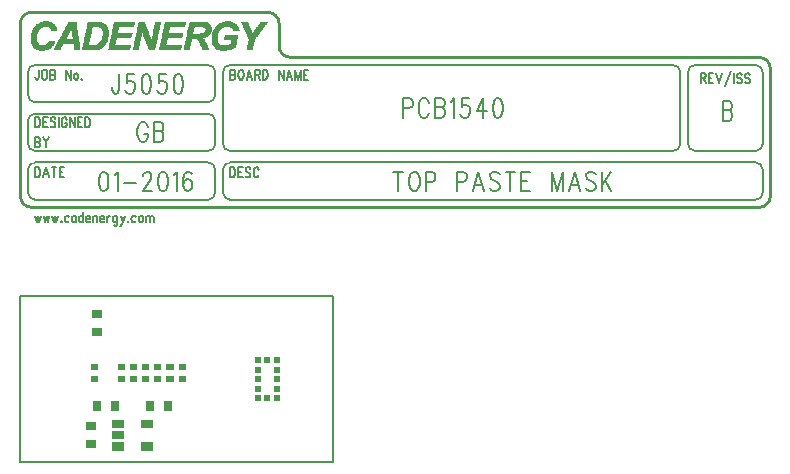
<source format=gtp>
*
*
G04 PADS Layout (Build Number 2007.21.1) generated Gerber (RS-274-X) file*
G04 PC Version=2.1*
*
%IN "J5050.pcb"*%
*
%MOMM*%
*
%FSLAX44Y44*%
*
*
*
*
G04 PC Standard Apertures*
*
*
G04 Thermal Relief Aperture macro.*
%AMTER*
1,1,$1,0,0*
1,0,$1-$2,0,0*
21,0,$3,$4,0,0,45*
21,0,$3,$4,0,0,135*
%
*
*
G04 Annular Aperture macro.*
%AMANN*
1,1,$1,0,0*
1,0,$2,0,0*
%
*
*
G04 Odd Aperture macro.*
%AMODD*
1,1,$1,0,0*
1,0,$1-0.005,0,0*
%
*
*
G04 PC Custom Aperture Macros*
*
*
*
*
*
*
G04 PC Aperture Table*
*
%ADD010C,0.254*%
%ADD011C,0.2032*%
%ADD012C,0.0508*%
%ADD013C,0.127*%
%ADD023C,0.0254*%
%ADD038R,0.635X0.889*%
%ADD045R,0.889X0.635*%
%ADD071R,0.5X0.5*%
%ADD077R,0.7X0.7*%
%ADD081C,0.15*%
*
*
*
*
G04 PC Circuitry*
G04 Layer Name J5050.pcb - circuitry*
%LPD*%
*
*
G04 PC Custom Flashes*
G04 Layer Name J5050.pcb - flashes*
%LPD*%
*
*
G04 PC Circuitry*
G04 Layer Name J5050.pcb - circuitry*
%LPD*%
*
G54D10*
G01X315000Y655000D02*
G75*
G03X324525Y645475I9525J0D01*
G01X940475*
G03X950000Y655000I0J9525*
G01Y762950*
G03X940475Y772475I-9525J0*
G01X543600*
X534075Y782000D02*
G03X543600Y772475I9525J0D01*
G01X534075Y782000D02*
Y801050D01*
G03X524550Y810575I-9525J0*
G01X324525*
G03X315000Y801050I0J-9525*
G01Y655000*
G54D11*
X880150Y699450D02*
G03X886500Y693100I6350J0D01*
G01X937300*
G03X943650Y699450I0J6350*
G01Y759775*
G03X937300Y766125I-6350J0*
G01X886500*
G03X880150Y759775I0J-6350*
G01Y699450*
X486450Y658175D02*
G03X492800Y651825I6350J0D01*
G01X937300*
G03X943650Y658175I0J6350*
G01Y677225*
G03X937300Y683575I-6350J0*
G01X492800*
G03X486450Y677225I0J-6350*
G01Y658175*
X492800Y766125D02*
G03X486450Y759775I0J-6350D01*
G01X492800Y766125D02*
X867450D01*
X873800Y759775D02*
G03X867450Y766125I-6350J0D01*
G01X873800Y759775D02*
Y699450D01*
X867450Y693100D02*
G03X873800Y699450I0J6350D01*
G01X867450Y693100D02*
X492800D01*
X486450Y699450D02*
G03X492800Y693100I6350J0D01*
G01X486450Y699450D02*
Y759775D01*
X327700Y683575D02*
G03X321350Y677225I0J-6350D01*
G01X327700Y683575D02*
X473750D01*
X480100Y677225D02*
G03X473750Y683575I-6350J0D01*
G01X480100Y677225D02*
Y658175D01*
X473750Y651825D02*
G03X480100Y658175I0J6350D01*
G01X473750Y651825D02*
X327700D01*
X321350Y658175D02*
G03X327700Y651825I6350J0D01*
G01X321350Y658175D02*
Y677225D01*
X327700Y724850D02*
G03X321350Y718500I0J-6350D01*
G01X327700Y724850D02*
X473750D01*
X480100Y718500D02*
G03X473750Y724850I-6350J0D01*
G01X480100Y718500D02*
Y699450D01*
X473750Y693100D02*
G03X480100Y699450I0J6350D01*
G01X473750Y693100D02*
X327700D01*
X321350Y699450D02*
G03X327700Y693100I6350J0D01*
G01X321350Y699450D02*
Y718500D01*
X480100Y759775D02*
G03X473750Y766125I-6350J0D01*
G01X327700*
G03X321350Y759775I0J-6350*
G01Y740725*
G03X327700Y734375I6350J0*
G01X473750*
G03X480100Y740725I0J6350*
G01Y759775*
X398553Y758266D02*
Y745566D01*
X398553D02*
X397976Y743185D01*
X397976D02*
X397398Y742391D01*
X397398D02*
X396244Y741598D01*
X395089*
X395089D02*
X393935Y742391D01*
X393935D02*
X393357Y743185D01*
X393357D02*
X392780Y745566D01*
X392780D02*
Y747154D01*
X411253Y758266D02*
X405480D01*
X405480D02*
X404903Y751123D01*
X405480Y751916*
X405480D02*
X407212Y752710D01*
X407212D02*
X408944D01*
X408944D02*
X410676Y751916D01*
X410676D02*
X411830Y750329D01*
X411830D02*
X412407Y747948D01*
X412407D02*
X411830Y746360D01*
X411830D02*
X411253Y743979D01*
X410098Y742391*
X410098D02*
X408366Y741598D01*
X408366D02*
X406635D01*
X404903Y742391*
X404903D02*
X404326Y743185D01*
X404326D02*
X403748Y744773D01*
X421066Y758266D02*
X419335Y757473D01*
X418180Y755091*
X418180D02*
X417603Y751123D01*
Y748741*
X417603D02*
X418180Y744773D01*
X418180D02*
X419335Y742391D01*
X419335D02*
X421066Y741598D01*
X421066D02*
X422221D01*
X423953Y742391*
X423953D02*
X425107Y744773D01*
X425107D02*
X425685Y748741D01*
X425685D02*
Y751123D01*
X425107Y755091*
X425107D02*
X423953Y757473D01*
X422221Y758266*
X422221D02*
X421066D01*
X438385D02*
X432612D01*
X432612D02*
X432035Y751123D01*
X432612Y751916*
X432612D02*
X434344Y752710D01*
X434344D02*
X436076D01*
X436076D02*
X437807Y751916D01*
X437807D02*
X438962Y750329D01*
X439539Y747948*
X439539D02*
X438962Y746360D01*
X438962D02*
X438385Y743979D01*
X437230Y742391*
X437230D02*
X435498Y741598D01*
X435498D02*
X433766D01*
X433766D02*
X432035Y742391D01*
X432035D02*
X431457Y743185D01*
X431457D02*
X430880Y744773D01*
X448198Y758266D02*
X446466Y757473D01*
X446466D02*
X445312Y755091D01*
X445312D02*
X444735Y751123D01*
Y748741*
X444735D02*
X445312Y744773D01*
X446466Y742391*
X446466D02*
X448198Y741598D01*
X448198D02*
X449353D01*
X451085Y742391*
X451085D02*
X452239Y744773D01*
X452239D02*
X452816Y748741D01*
X452816D02*
Y751123D01*
X452816D02*
X452239Y755091D01*
X452239D02*
X451085Y757473D01*
X449353Y758266*
X449353D02*
X448198D01*
X422801Y713658D02*
X422223Y715245D01*
X422223D02*
X421069Y716833D01*
X419914Y717626*
X419914D02*
X417605D01*
X417605D02*
X416451Y716833D01*
X415296Y715245*
X415296D02*
X414719Y713658D01*
X414142Y711276*
X414142D02*
Y707308D01*
X414719Y704926*
X414719D02*
X415296Y703339D01*
X415296D02*
X416451Y701751D01*
X416451D02*
X417605Y700958D01*
X417605D02*
X419914D01*
X419914D02*
X421069Y701751D01*
X421069D02*
X422223Y703339D01*
X422223D02*
X422801Y704926D01*
X422801D02*
Y707308D01*
X419914D02*
X422801D01*
X427996Y717626D02*
Y700958D01*
Y717626D02*
X433192D01*
X433192D02*
X434923Y716833D01*
X434923D02*
X435501Y716039D01*
X436078Y714451*
X436078D02*
Y712864D01*
X435501Y711276*
X435501D02*
X434923Y710483D01*
X434923D02*
X433192Y709689D01*
X427996D02*
X433192D01*
X434923Y708895*
X434923D02*
X435501Y708101D01*
X435501D02*
X436078Y706514D01*
Y704133*
X435501Y702545*
X435501D02*
X434923Y701751D01*
X434923D02*
X433192Y700958D01*
X427996*
X384989Y675716D02*
X383257Y674923D01*
X383257D02*
X382103Y672541D01*
X382103D02*
X381525Y668573D01*
X381525D02*
Y666191D01*
X381525D02*
X382103Y662223D01*
X383257Y659841*
X383257D02*
X384989Y659048D01*
X386144*
X387875Y659841*
X387875D02*
X389030Y662223D01*
X389607Y666191*
X389607D02*
Y668573D01*
X389607D02*
X389030Y672541D01*
X389030D02*
X387875Y674923D01*
X387875D02*
X386144Y675716D01*
X386144D02*
X384989D01*
X394803Y672541D02*
X395957Y673335D01*
X395957D02*
X397689Y675716D01*
X397689D02*
Y659048D01*
X402884Y666191D02*
X413275D01*
X419048Y671748D02*
Y672541D01*
X419048D02*
X419625Y674129D01*
X419625D02*
X420203Y674923D01*
X421357Y675716*
X421357D02*
X423666D01*
X423666D02*
X424821Y674923D01*
X425398Y674129*
X425398D02*
X425975Y672541D01*
X425975D02*
Y670954D01*
X425975D02*
X425398Y669366D01*
X425398D02*
X424244Y666985D01*
X424244D02*
X418471Y659048D01*
X426553*
X435212Y675716D02*
X433480Y674923D01*
X432325Y672541*
X432325D02*
X431748Y668573D01*
X431748D02*
Y666191D01*
X431748D02*
X432325Y662223D01*
X432325D02*
X433480Y659841D01*
X433480D02*
X435212Y659048D01*
X436366*
X436366D02*
X438098Y659841D01*
X438098D02*
X439253Y662223D01*
X439830Y666191*
X439830D02*
Y668573D01*
X439253Y672541*
X439253D02*
X438098Y674923D01*
X438098D02*
X436366Y675716D01*
X436366D02*
X435212D01*
X445025Y672541D02*
X446180Y673335D01*
X446180D02*
X447912Y675716D01*
X447912D02*
Y659048D01*
X460034Y673335D02*
X459457Y674923D01*
X459457D02*
X457725Y675716D01*
X457725D02*
X456571D01*
X456571D02*
X454839Y674923D01*
X453684Y672541*
X453684D02*
X453107Y668573D01*
X453107D02*
Y664604D01*
X453107D02*
X453684Y661429D01*
X453684D02*
X454839Y659841D01*
X454839D02*
X456571Y659048D01*
X457148*
X457148D02*
X458880Y659841D01*
X458880D02*
X460034Y661429D01*
X460034D02*
X460612Y663810D01*
X460612D02*
Y664604D01*
X460034Y666985*
X460034D02*
X458880Y668573D01*
X457148Y669366*
X457148D02*
X456571D01*
X456571D02*
X454839Y668573D01*
X453684Y666985*
X453684D02*
X453107Y664604D01*
X638988Y737946D02*
Y721278D01*
Y737946D02*
X644184D01*
X644184D02*
X645915Y737153D01*
X645915D02*
X646493Y736359D01*
X647070Y734771*
X647070D02*
Y732390D01*
X647070D02*
X646493Y730803D01*
X645915Y730009*
X645915D02*
X644184Y729215D01*
X644184D02*
X638988D01*
X660924Y733978D02*
X660347Y735565D01*
X660347D02*
X659193Y737153D01*
X658038Y737946*
X658038D02*
X655729D01*
X655729D02*
X654574Y737153D01*
X654574D02*
X653420Y735565D01*
X653420D02*
X652843Y733978D01*
X652265Y731596*
X652265D02*
Y727628D01*
X652265D02*
X652843Y725246D01*
X652843D02*
X653420Y723659D01*
X654574Y722071*
X654574D02*
X655729Y721278D01*
X658038*
X658038D02*
X659193Y722071D01*
X659193D02*
X660347Y723659D01*
X660347D02*
X660924Y725246D01*
X666120Y737946D02*
Y721278D01*
Y737946D02*
X671315D01*
X671315D02*
X673047Y737153D01*
X673047D02*
X673624Y736359D01*
X673624D02*
X674202Y734771D01*
X674202D02*
Y733184D01*
X673624Y731596*
X673624D02*
X673047Y730803D01*
X673047D02*
X671315Y730009D01*
X666120D02*
X671315D01*
X671315D02*
X673047Y729215D01*
X673047D02*
X673624Y728421D01*
X673624D02*
X674202Y726834D01*
Y724453*
X673624Y722865*
X673624D02*
X673047Y722071D01*
X673047D02*
X671315Y721278D01*
X671315D02*
X666120D01*
X679397Y734771D02*
X680552Y735565D01*
X680552D02*
X682284Y737946D01*
X682284D02*
Y721278D01*
X694984Y737946D02*
X689211D01*
X689211D02*
X688634Y730803D01*
X689211Y731596*
X689211D02*
X690943Y732390D01*
X690943D02*
X692674D01*
X692674D02*
X694406Y731596D01*
X694406D02*
X695561Y730009D01*
X696138Y727628*
X696138D02*
X695561Y726040D01*
X695561D02*
X694984Y723659D01*
X693829Y722071*
X693829D02*
X692097Y721278D01*
X692097D02*
X690365D01*
X690365D02*
X688634Y722071D01*
X688634D02*
X688056Y722865D01*
X688056D02*
X687479Y724453D01*
X707106Y737946D02*
X701334Y726834D01*
X709993*
X707106Y737946D02*
Y721278D01*
X718652Y737946D02*
X716920Y737153D01*
X715765Y734771*
X715765D02*
X715188Y730803D01*
X715188D02*
Y728421D01*
X715188D02*
X715765Y724453D01*
X715765D02*
X716920Y722071D01*
X716920D02*
X718652Y721278D01*
X719806*
X719806D02*
X721538Y722071D01*
X721538D02*
X722693Y724453D01*
X723270Y728421*
X723270D02*
Y730803D01*
X722693Y734771*
X722693D02*
X721538Y737153D01*
X721538D02*
X719806Y737946D01*
X719806D02*
X718652D01*
X909556Y735406D02*
Y718738D01*
Y735406D02*
X914751D01*
X914751D02*
X916483Y734613D01*
X916483D02*
X917060Y733819D01*
X917060D02*
X917638Y732231D01*
X917638D02*
Y730644D01*
X917060Y729056*
X917060D02*
X916483Y728263D01*
X916483D02*
X914751Y727469D01*
X909556D02*
X914751D01*
X914751D02*
X916483Y726675D01*
X916483D02*
X917060Y725881D01*
X917060D02*
X917638Y724294D01*
Y721913*
X917060Y720325*
X917060D02*
X916483Y719531D01*
X916483D02*
X914751Y718738D01*
X914751D02*
X909556D01*
X634716Y675716D02*
Y659048D01*
X630675Y675716D02*
X638757D01*
X647416D02*
X646262Y674923D01*
X645107Y673335*
X645107D02*
X644530Y671748D01*
X643953Y669366*
X643953D02*
Y665398D01*
X644530Y663016*
X644530D02*
X645107Y661429D01*
X645107D02*
X646262Y659841D01*
X646262D02*
X647416Y659048D01*
X647416D02*
X649725D01*
X649725D02*
X650880Y659841D01*
X650880D02*
X652034Y661429D01*
X652034D02*
X652612Y663016D01*
X652612D02*
X653189Y665398D01*
Y669366*
X653189D02*
X652612Y671748D01*
X652034Y673335*
X652034D02*
X650880Y674923D01*
X649725Y675716*
X649725D02*
X647416D01*
X658384D02*
Y659048D01*
Y675716D02*
X663580D01*
X663580D02*
X665312Y674923D01*
X665889Y674129*
X666466Y672541*
X666466D02*
Y670160D01*
X666466D02*
X665889Y668573D01*
X665312Y667779*
X663580Y666985*
X663580D02*
X658384D01*
X684939Y675716D02*
Y659048D01*
Y675716D02*
X690134D01*
X690134D02*
X691866Y674923D01*
X691866D02*
X692444Y674129D01*
X693021Y672541*
X693021D02*
Y670160D01*
X693021D02*
X692444Y668573D01*
X691866Y667779*
X691866D02*
X690134Y666985D01*
X690134D02*
X684939D01*
X702834Y675716D02*
X698216Y659048D01*
X702834Y675716D02*
X707453Y659048D01*
X699948Y664604D02*
X705721D01*
X720730Y673335D02*
X719575Y674923D01*
X719575D02*
X717844Y675716D01*
X717844D02*
X715534D01*
X715534D02*
X713803Y674923D01*
X712648Y673335*
X712648D02*
Y671748D01*
X712648D02*
X713225Y670160D01*
X713225D02*
X713803Y669366D01*
X713803D02*
X714957Y668573D01*
X714957D02*
X718421Y666985D01*
X718421D02*
X719575Y666191D01*
X719575D02*
X720153Y665398D01*
X720730Y663810*
X720730D02*
Y661429D01*
X719575Y659841*
X719575D02*
X717844Y659048D01*
X715534*
X715534D02*
X713803Y659841D01*
X713803D02*
X712648Y661429D01*
X729966Y675716D02*
Y659048D01*
X725925Y675716D02*
X734007D01*
X739203D02*
Y659048D01*
Y675716D02*
X746707D01*
X739203Y667779D02*
X743821D01*
X739203Y659048D02*
X746707D01*
X765180Y675716D02*
Y659048D01*
Y675716D02*
X769798Y659048D01*
X774416Y675716D02*
X769798Y659048D01*
X774416Y675716D02*
Y659048D01*
X784230Y675716D02*
X779612Y659048D01*
X784230Y675716D02*
X788848Y659048D01*
X781344Y664604D02*
X787116D01*
X802125Y673335D02*
X800971Y674923D01*
X799239Y675716*
X799239D02*
X796930D01*
X796930D02*
X795198Y674923D01*
X795198D02*
X794044Y673335D01*
X794044D02*
Y671748D01*
X794621Y670160*
X794621D02*
X795198Y669366D01*
X795198D02*
X796353Y668573D01*
X799816Y666985*
X799816D02*
X800971Y666191D01*
X800971D02*
X801548Y665398D01*
X801548D02*
X802125Y663810D01*
X802125D02*
Y661429D01*
X802125D02*
X800971Y659841D01*
X800971D02*
X799239Y659048D01*
X796930*
X795198Y659841*
X795198D02*
X794044Y661429D01*
X807321Y675716D02*
Y659048D01*
X815403Y675716D02*
X807321Y664604D01*
X810207Y668573D02*
X815403Y659048D01*
G54D12*
X330875Y778825D02*
X335073D01*
X484227D02*
X489156D01*
X329414Y779190D02*
X336534D01*
X343289D02*
X347853D01*
X360815D02*
X365014D01*
X367022D02*
X378888D01*
X389295D02*
X407003D01*
X410107D02*
X414306D01*
X423981D02*
X428180D01*
X432379D02*
X450088D01*
X453191D02*
X457390D01*
X469257D02*
X474186D01*
X482767D02*
X490982D01*
X506500D02*
X510699D01*
X328684Y779555D02*
X337629D01*
X343289D02*
X348218D01*
X360815D02*
X365014D01*
X367022D02*
X380349D01*
X389295D02*
X407003D01*
X410107D02*
X414671D01*
X423616D02*
X428545D01*
X432379D02*
X450088D01*
X453191D02*
X457755D01*
X468892D02*
X473821D01*
X481671D02*
X492442D01*
X506500D02*
X511064D01*
X327954Y779920D02*
X338360D01*
X343654D02*
X348218D01*
X360815D02*
X365014D01*
X367387D02*
X381444D01*
X389660D02*
X407368D01*
X410472D02*
X414671D01*
X423616D02*
X428545D01*
X432744D02*
X450453D01*
X453557D02*
X457755D01*
X468892D02*
X473821D01*
X480941D02*
X493538D01*
X506865D02*
X511064D01*
X327588Y780285D02*
X339090D01*
X343654D02*
X348583D01*
X360450D02*
X365014D01*
X367387D02*
X382175D01*
X389660D02*
X407368D01*
X410472D02*
X414671D01*
X423616D02*
X428545D01*
X432744D02*
X450453D01*
X453557D02*
X457755D01*
X468892D02*
X473821D01*
X480576D02*
X494268D01*
X506865D02*
X511064D01*
X326858Y780650D02*
X339820D01*
X344019D02*
X348583D01*
X360450D02*
X364649D01*
X367387D02*
X382905D01*
X389660D02*
X407368D01*
X410472D02*
X414671D01*
X423251D02*
X428545D01*
X432744D02*
X450453D01*
X453557D02*
X457755D01*
X468527D02*
X473456D01*
X480211D02*
X494998D01*
X506865D02*
X511064D01*
X326493Y781015D02*
X340185D01*
X344019D02*
X348948D01*
X360450D02*
X364649D01*
X367387D02*
X383635D01*
X389660D02*
X407733D01*
X410472D02*
X414671D01*
X423251D02*
X428545D01*
X432744D02*
X450818D01*
X453557D02*
X457755D01*
X468527D02*
X473456D01*
X479846D02*
X495728D01*
X506865D02*
X511064D01*
X326128Y781380D02*
X340550D01*
X344384D02*
X348948D01*
X360450D02*
X364649D01*
X367387D02*
X384000D01*
X389660D02*
X407733D01*
X410472D02*
X415036D01*
X422886D02*
X428911D01*
X432744D02*
X450818D01*
X453557D02*
X458121D01*
X468527D02*
X473091D01*
X479480D02*
X496459D01*
X506865D02*
X511429D01*
X326128Y781746D02*
X340915D01*
X344749D02*
X349313D01*
X360450D02*
X364649D01*
X367752D02*
X384365D01*
X390025D02*
X407733D01*
X410837D02*
X415036D01*
X422886D02*
X428911D01*
X433110D02*
X450818D01*
X453922D02*
X458121D01*
X468162D02*
X473091D01*
X479115D02*
X496824D01*
X507230D02*
X511429D01*
X325763Y782111D02*
X341281D01*
X344749D02*
X349678D01*
X360450D02*
X364649D01*
X367752D02*
X384730D01*
X390025D02*
X407733D01*
X410837D02*
X415036D01*
X422886D02*
X428911D01*
X433110D02*
X450818D01*
X453922D02*
X458121D01*
X468162D02*
X473091D01*
X478750D02*
X496824D01*
X507230D02*
X511429D01*
X325398Y782476D02*
X341646D01*
X345114D02*
X349678D01*
X360450D02*
X364649D01*
X367752D02*
X385096D01*
X390025D02*
X408098D01*
X410837D02*
X415036D01*
X422521D02*
X428911D01*
X433110D02*
X451183D01*
X453922D02*
X458121D01*
X467796D02*
X472726D01*
X478385D02*
X496824D01*
X507230D02*
X511429D01*
X325398Y782841D02*
X331787D01*
X334891D02*
X342011D01*
X345114D02*
X350044D01*
X360085D02*
X364649D01*
X367752D02*
X385461D01*
X390025D02*
X408098D01*
X410837D02*
X415036D01*
X422521D02*
X428911D01*
X433110D02*
X451183D01*
X453922D02*
X458121D01*
X467796D02*
X472726D01*
X478385D02*
X484775D01*
X488974D02*
X496824D01*
X507230D02*
X511429D01*
X325033Y783206D02*
X331057D01*
X336351D02*
X342376D01*
X345480D02*
X350044D01*
X360085D02*
X364283D01*
X367752D02*
X372316D01*
X378341D02*
X385826D01*
X390025D02*
X394589D01*
X410837D02*
X415401D01*
X422521D02*
X429276D01*
X433110D02*
X437674D01*
X453922D02*
X458486D01*
X467431D02*
X472360D01*
X478020D02*
X483679D01*
X490434D02*
X496824D01*
X507230D02*
X511794D01*
X325033Y783571D02*
X330327D01*
X337082D02*
X342376D01*
X345480D02*
X350409D01*
X360085D02*
X364283D01*
X368117D02*
X372316D01*
X379801D02*
X386191D01*
X390390D02*
X394589D01*
X411202D02*
X415401D01*
X422156D02*
X429276D01*
X433475D02*
X437674D01*
X454287D02*
X458486D01*
X467431D02*
X472360D01*
X478020D02*
X482949D01*
X491530D02*
X497189D01*
X507595D02*
X511794D01*
X324667Y783936D02*
X329962D01*
X337447D02*
X342741D01*
X345845D02*
X350409D01*
X360085D02*
X364283D01*
X368117D02*
X372316D01*
X380532D02*
X386556D01*
X390390D02*
X394589D01*
X411202D02*
X415401D01*
X422156D02*
X429276D01*
X433475D02*
X437674D01*
X454287D02*
X458486D01*
X467431D02*
X471995D01*
X477655D02*
X482584D01*
X492625D02*
X497189D01*
X507595D02*
X511794D01*
X324667Y784301D02*
X329597D01*
X337812D02*
X343106D01*
X345845D02*
X364283D01*
X368117D02*
X372316D01*
X380897D02*
X386556D01*
X390390D02*
X394589D01*
X411202D02*
X415401D01*
X421791D02*
X429276D01*
X433475D02*
X437674D01*
X454287D02*
X458486D01*
X467066D02*
X471995D01*
X477655D02*
X482219D01*
X492990D02*
X497189D01*
X507595D02*
X511794D01*
X324302Y784667D02*
X329231D01*
X338542D02*
X343106D01*
X346210D02*
X364283D01*
X368117D02*
X372681D01*
X381627D02*
X386921D01*
X390390D02*
X394954D01*
X411202D02*
X415401D01*
X421791D02*
X429641D01*
X433475D02*
X438039D01*
X454287D02*
X458851D01*
X467066D02*
X471630D01*
X477290D02*
X482219D01*
X492990D02*
X497189D01*
X507595D02*
X512159D01*
X324302Y785032D02*
X328866D01*
X338542D02*
X343471D01*
X346210D02*
X364283D01*
X368482D02*
X372681D01*
X381992D02*
X387286D01*
X390755D02*
X394954D01*
X411567D02*
X415766D01*
X421791D02*
X429641D01*
X433840D02*
X438039D01*
X454652D02*
X458851D01*
X466701D02*
X471630D01*
X477290D02*
X481854D01*
X492990D02*
X497554D01*
X507960D02*
X512159D01*
X324302Y785397D02*
X328866D01*
X338907D02*
X343471D01*
X346575D02*
X364283D01*
X368482D02*
X372681D01*
X382357D02*
X387286D01*
X390755D02*
X394954D01*
X411567D02*
X415766D01*
X421426D02*
X429641D01*
X433840D02*
X438039D01*
X454652D02*
X458851D01*
X466701D02*
X471265D01*
X477290D02*
X481489D01*
X492990D02*
X497554D01*
X507960D02*
X512159D01*
X324302Y785762D02*
X328501D01*
X339272D02*
X343836D01*
X346575D02*
X363918D01*
X368482D02*
X372681D01*
X382357D02*
X387651D01*
X390755D02*
X394954D01*
X411567D02*
X415766D01*
X421426D02*
X429641D01*
X433840D02*
X438039D01*
X454652D02*
X458851D01*
X466336D02*
X471265D01*
X477290D02*
X481489D01*
X493355D02*
X497554D01*
X507960D02*
X512159D01*
X324302Y786127D02*
X328501D01*
X339272D02*
X343471D01*
X346940D02*
X363918D01*
X368482D02*
X372681D01*
X382722D02*
X387651D01*
X390755D02*
X394954D01*
X411567D02*
X415766D01*
X421060D02*
X429641D01*
X433840D02*
X438039D01*
X454652D02*
X458851D01*
X466336D02*
X470900D01*
X477290D02*
X481489D01*
X493355D02*
X497554D01*
X507960D02*
X512159D01*
X323937Y786492D02*
X328501D01*
X339638D02*
X340915D01*
X347305D02*
X363918D01*
X368482D02*
X373046D01*
X383087D02*
X388017D01*
X390755D02*
X395319D01*
X411567D02*
X415766D01*
X421060D02*
X430006D01*
X433840D02*
X438404D01*
X454652D02*
X459216D01*
X465971D02*
X470900D01*
X476925D02*
X481489D01*
X493355D02*
X497554D01*
X507960D02*
X512524D01*
X323937Y786857D02*
X328136D01*
X347305D02*
X363918D01*
X368848D02*
X373046D01*
X383087D02*
X388017D01*
X391120D02*
X395319D01*
X411932D02*
X416131D01*
X421060D02*
X430006D01*
X434205D02*
X438404D01*
X455017D02*
X459216D01*
X465971D02*
X470535D01*
X476925D02*
X481123D01*
X493355D02*
X497919D01*
X508325D02*
X512524D01*
X323937Y787222D02*
X328136D01*
X347670D02*
X363918D01*
X368848D02*
X373046D01*
X383453D02*
X388017D01*
X391120D02*
X395319D01*
X411932D02*
X416131D01*
X420695D02*
X430006D01*
X434205D02*
X438404D01*
X455017D02*
X459216D01*
X465606D02*
X470535D01*
X476925D02*
X481123D01*
X493720D02*
X497919D01*
X508325D02*
X512524D01*
X323937Y787588D02*
X328136D01*
X347670D02*
X363918D01*
X368848D02*
X373046D01*
X383818D02*
X388382D01*
X391120D02*
X395319D01*
X411932D02*
X416131D01*
X420695D02*
X425259D01*
X426172D02*
X430006D01*
X434205D02*
X438404D01*
X455017D02*
X459216D01*
X465241D02*
X470170D01*
X476925D02*
X481123D01*
X493720D02*
X497919D01*
X508325D02*
X512524D01*
X323937Y787953D02*
X328136D01*
X348035D02*
X363918D01*
X368848D02*
X373046D01*
X383818D02*
X388382D01*
X391120D02*
X395319D01*
X411932D02*
X416131D01*
X420695D02*
X425259D01*
X426172D02*
X430006D01*
X434205D02*
X438404D01*
X455017D02*
X459216D01*
X464875D02*
X469805D01*
X476925D02*
X481123D01*
X487148D02*
X497919D01*
X508325D02*
X512889D01*
X323937Y788318D02*
X328136D01*
X348035D02*
X352965D01*
X359354D02*
X363553D01*
X368848D02*
X373412D01*
X384183D02*
X388382D01*
X391120D02*
X395684D01*
X411932D02*
X416131D01*
X420330D02*
X424894D01*
X426172D02*
X430371D01*
X434205D02*
X438769D01*
X455017D02*
X459581D01*
X464510D02*
X469439D01*
X476925D02*
X481123D01*
X487148D02*
X497919D01*
X508325D02*
X512889D01*
X323937Y788683D02*
X328136D01*
X348401D02*
X352965D01*
X359354D02*
X363553D01*
X369213D02*
X373412D01*
X384183D02*
X388747D01*
X391485D02*
X395684D01*
X412297D02*
X416496D01*
X420330D02*
X424894D01*
X426172D02*
X430371D01*
X434570D02*
X438769D01*
X455382D02*
X459581D01*
X463780D02*
X469074D01*
X476925D02*
X481123D01*
X487513D02*
X498284D01*
X508325D02*
X513254D01*
X323937Y789048D02*
X328136D01*
X348401D02*
X353330D01*
X359354D02*
X363553D01*
X369213D02*
X373412D01*
X384183D02*
X388747D01*
X391485D02*
X395684D01*
X412297D02*
X416496D01*
X419965D02*
X424894D01*
X426172D02*
X430371D01*
X434570D02*
X438769D01*
X455382D02*
X468709D01*
X476925D02*
X481123D01*
X487513D02*
X498284D01*
X507960D02*
X513620D01*
X323937Y789413D02*
X328136D01*
X348766D02*
X353330D01*
X359354D02*
X363553D01*
X369213D02*
X373412D01*
X384548D02*
X388747D01*
X391485D02*
X395684D01*
X412297D02*
X416496D01*
X419965D02*
X424529D01*
X426537D02*
X430371D01*
X434570D02*
X438769D01*
X455382D02*
X470535D01*
X476925D02*
X481123D01*
X487513D02*
X498284D01*
X507960D02*
X513985D01*
X323937Y789778D02*
X328136D01*
X348766D02*
X353695D01*
X359354D02*
X363553D01*
X369213D02*
X373777D01*
X384548D02*
X388747D01*
X391485D02*
X408098D01*
X412297D02*
X416496D01*
X419965D02*
X424529D01*
X426537D02*
X430736D01*
X434570D02*
X451183D01*
X455382D02*
X471630D01*
X476925D02*
X481123D01*
X487513D02*
X498284D01*
X507595D02*
X513985D01*
X323937Y790143D02*
X328136D01*
X349131D02*
X353695D01*
X359354D02*
X363553D01*
X369578D02*
X373777D01*
X384548D02*
X388747D01*
X391850D02*
X408098D01*
X412663D02*
X416496D01*
X419600D02*
X424164D01*
X426537D02*
X430736D01*
X434935D02*
X451183D01*
X455747D02*
X472360D01*
X476925D02*
X481123D01*
X487878D02*
X498284D01*
X507595D02*
X514350D01*
X323937Y790509D02*
X328136D01*
X349131D02*
X354060D01*
X358989D02*
X363188D01*
X369578D02*
X373777D01*
X384548D02*
X389112D01*
X391850D02*
X408464D01*
X412663D02*
X416861D01*
X419600D02*
X424164D01*
X426537D02*
X430736D01*
X434935D02*
X451548D01*
X455747D02*
X473091D01*
X476925D02*
X481123D01*
X487878D02*
X498649D01*
X507595D02*
X514715D01*
X323937Y790874D02*
X328501D01*
X349496D02*
X354425D01*
X358989D02*
X363188D01*
X369578D02*
X373777D01*
X384913D02*
X389112D01*
X391850D02*
X408464D01*
X412663D02*
X416861D01*
X419235D02*
X424164D01*
X426537D02*
X430736D01*
X434935D02*
X451548D01*
X455747D02*
X473456D01*
X476925D02*
X481489D01*
X487878D02*
X498649D01*
X507230D02*
X515080D01*
X323937Y791239D02*
X328501D01*
X349861D02*
X354425D01*
X358989D02*
X363188D01*
X369578D02*
X373777D01*
X384913D02*
X389112D01*
X391850D02*
X408464D01*
X412663D02*
X416861D01*
X419235D02*
X423799D01*
X426902D02*
X430736D01*
X434935D02*
X451548D01*
X455747D02*
X473821D01*
X477290D02*
X481489D01*
X488243D02*
X498649D01*
X507230D02*
X515080D01*
X324302Y791604D02*
X328501D01*
X349861D02*
X354790D01*
X358989D02*
X363188D01*
X369578D02*
X374142D01*
X384913D02*
X389112D01*
X391850D02*
X408829D01*
X412663D02*
X416861D01*
X419235D02*
X423799D01*
X426902D02*
X431101D01*
X434935D02*
X451913D01*
X455747D02*
X474186D01*
X477290D02*
X481489D01*
X488243D02*
X498649D01*
X506865D02*
X515445D01*
X324302Y791969D02*
X328501D01*
X350226D02*
X354790D01*
X358989D02*
X363188D01*
X369943D02*
X374142D01*
X384913D02*
X389112D01*
X392216D02*
X408829D01*
X413028D02*
X416861D01*
X418870D02*
X423434D01*
X426902D02*
X431101D01*
X435300D02*
X451913D01*
X456112D02*
X474551D01*
X477290D02*
X481489D01*
X506865D02*
X515810D01*
X324302Y792334D02*
X328501D01*
X350226D02*
X355155D01*
X358989D02*
X363188D01*
X369943D02*
X374142D01*
X384913D02*
X389112D01*
X392216D02*
X408829D01*
X413028D02*
X417227D01*
X418870D02*
X423434D01*
X426902D02*
X431101D01*
X435300D02*
X451913D01*
X456112D02*
X474916D01*
X477290D02*
X481489D01*
X506500D02*
X516175D01*
X324302Y792699D02*
X328866D01*
X350591D02*
X355155D01*
X358624D02*
X363188D01*
X369943D02*
X374142D01*
X384913D02*
X389112D01*
X392216D02*
X408829D01*
X413028D02*
X417227D01*
X418870D02*
X423434D01*
X426902D02*
X431101D01*
X435300D02*
X451913D01*
X456112D02*
X460311D01*
X467431D02*
X474916D01*
X477290D02*
X481854D01*
X506500D02*
X516175D01*
X324302Y793064D02*
X328866D01*
X350591D02*
X355520D01*
X358624D02*
X362823D01*
X369943D02*
X374142D01*
X384913D02*
X389112D01*
X392216D02*
X409194D01*
X413028D02*
X417227D01*
X418505D02*
X423069D01*
X427268D02*
X431101D01*
X435300D02*
X452279D01*
X456112D02*
X460311D01*
X469257D02*
X475281D01*
X477655D02*
X481854D01*
X506500D02*
X511064D01*
X511611D02*
X516541D01*
X324667Y793430D02*
X328866D01*
X350956D02*
X355520D01*
X358624D02*
X362823D01*
X369943D02*
X374507D01*
X384913D02*
X389112D01*
X392216D02*
X409194D01*
X413028D02*
X417227D01*
X418505D02*
X423069D01*
X427268D02*
X431466D01*
X435300D02*
X452279D01*
X456112D02*
X460676D01*
X469987D02*
X475281D01*
X477655D02*
X481854D01*
X506135D02*
X510699D01*
X511977D02*
X516906D01*
X324667Y793795D02*
X329231D01*
X350956D02*
X355886D01*
X358624D02*
X362823D01*
X370308D02*
X374507D01*
X384913D02*
X389112D01*
X392581D02*
X396780D01*
X413393D02*
X417227D01*
X418139D02*
X423069D01*
X427268D02*
X431466D01*
X435665D02*
X439864D01*
X456478D02*
X460676D01*
X470352D02*
X475647D01*
X477655D02*
X482219D01*
X506135D02*
X510699D01*
X511977D02*
X517271D01*
X324667Y794160D02*
X329231D01*
X351322D02*
X355886D01*
X358624D02*
X362823D01*
X370308D02*
X374507D01*
X384913D02*
X389112D01*
X392581D02*
X396780D01*
X413393D02*
X417592D01*
X418139D02*
X422703D01*
X427268D02*
X431466D01*
X435665D02*
X439864D01*
X456478D02*
X460676D01*
X470717D02*
X475647D01*
X478020D02*
X482219D01*
X505769D02*
X510333D01*
X512342D02*
X517271D01*
X325033Y794525D02*
X329597D01*
X351322D02*
X356251D01*
X358624D02*
X362823D01*
X370308D02*
X374507D01*
X384913D02*
X389112D01*
X392581D02*
X396780D01*
X413393D02*
X417592D01*
X418139D02*
X422703D01*
X427268D02*
X431466D01*
X435665D02*
X439864D01*
X456478D02*
X460676D01*
X471083D02*
X475647D01*
X478020D02*
X482584D01*
X505769D02*
X510333D01*
X512707D02*
X517636D01*
X325033Y794890D02*
X329597D01*
X351687D02*
X356251D01*
X358624D02*
X362823D01*
X370308D02*
X374872D01*
X384913D02*
X389112D01*
X392581D02*
X397145D01*
X413393D02*
X422338D01*
X427633D02*
X431832D01*
X435665D02*
X440229D01*
X456478D02*
X461042D01*
X471448D02*
X476012D01*
X478385D02*
X482584D01*
X505404D02*
X510333D01*
X512707D02*
X518001D01*
X325033Y795255D02*
X329962D01*
X341098D02*
X342741D01*
X351687D02*
X356616D01*
X358259D02*
X362823D01*
X370308D02*
X374872D01*
X384548D02*
X389112D01*
X392581D02*
X397145D01*
X413393D02*
X422338D01*
X427633D02*
X431832D01*
X435665D02*
X440229D01*
X456478D02*
X461042D01*
X471448D02*
X476012D01*
X478385D02*
X482949D01*
X495546D02*
X496824D01*
X505404D02*
X509968D01*
X513072D02*
X518366D01*
X325398Y795620D02*
X329962D01*
X341098D02*
X345297D01*
X352052D02*
X356981D01*
X358259D02*
X362458D01*
X370673D02*
X374872D01*
X384548D02*
X388747D01*
X392946D02*
X397145D01*
X413758D02*
X422338D01*
X427633D02*
X431832D01*
X436031D02*
X440229D01*
X456843D02*
X461042D01*
X471813D02*
X476012D01*
X478385D02*
X482949D01*
X495181D02*
X499745D01*
X505039D02*
X509968D01*
X513437D02*
X518366D01*
X325398Y795985D02*
X330327D01*
X340733D02*
X345297D01*
X352417D02*
X356981D01*
X358259D02*
X362458D01*
X370673D02*
X374872D01*
X384548D02*
X388747D01*
X392946D02*
X397145D01*
X413758D02*
X421973D01*
X427633D02*
X431832D01*
X436031D02*
X440229D01*
X456843D02*
X461042D01*
X471813D02*
X476012D01*
X478750D02*
X483314D01*
X495181D02*
X499745D01*
X505039D02*
X509603D01*
X513802D02*
X518731D01*
X325763Y796351D02*
X330692D01*
X340733D02*
X345297D01*
X352417D02*
X357346D01*
X358259D02*
X362458D01*
X370673D02*
X374872D01*
X384183D02*
X388747D01*
X392946D02*
X397145D01*
X413758D02*
X421973D01*
X427633D02*
X431832D01*
X436031D02*
X440229D01*
X456843D02*
X461042D01*
X471813D02*
X476012D01*
X478750D02*
X483679D01*
X495181D02*
X499380D01*
X505039D02*
X509603D01*
X513802D02*
X519096D01*
X325763Y796716D02*
X331057D01*
X340733D02*
X344932D01*
X352782D02*
X357346D01*
X358259D02*
X362458D01*
X370673D02*
X375237D01*
X384183D02*
X388747D01*
X392946D02*
X397510D01*
X413758D02*
X421608D01*
X427998D02*
X432197D01*
X436031D02*
X440595D01*
X456843D02*
X461407D01*
X471813D02*
X476012D01*
X479115D02*
X484044D01*
X494816D02*
X499380D01*
X504674D02*
X509238D01*
X514167D02*
X519462D01*
X326128Y797081D02*
X331422D01*
X340368D02*
X344932D01*
X352782D02*
X357711D01*
X358259D02*
X362458D01*
X371038D02*
X375237D01*
X383818D02*
X388382D01*
X393311D02*
X397510D01*
X414123D02*
X421608D01*
X427998D02*
X432197D01*
X436396D02*
X440595D01*
X457208D02*
X461407D01*
X471813D02*
X476012D01*
X479480D02*
X484410D01*
X494451D02*
X499380D01*
X504674D02*
X509238D01*
X514532D02*
X519462D01*
X326128Y797446D02*
X331787D01*
X340003D02*
X344932D01*
X353147D02*
X357711D01*
X358259D02*
X362458D01*
X371038D02*
X375237D01*
X383453D02*
X388382D01*
X393311D02*
X397510D01*
X414123D02*
X421608D01*
X427998D02*
X432197D01*
X436396D02*
X440595D01*
X457208D02*
X461407D01*
X471448D02*
X476012D01*
X479480D02*
X484775D01*
X494085D02*
X499015D01*
X504309D02*
X508873D01*
X514898D02*
X519827D01*
X326493Y797811D02*
X332152D01*
X340003D02*
X344932D01*
X353147D02*
X362458D01*
X371038D02*
X375237D01*
X383087D02*
X388382D01*
X393311D02*
X397510D01*
X414123D02*
X421243D01*
X427998D02*
X432197D01*
X436396D02*
X440595D01*
X457208D02*
X461407D01*
X471448D02*
X476012D01*
X479846D02*
X485505D01*
X493720D02*
X499015D01*
X504309D02*
X508873D01*
X514898D02*
X520192D01*
X326858Y798176D02*
X332883D01*
X339638D02*
X344567D01*
X353512D02*
X362093D01*
X371038D02*
X375237D01*
X382357D02*
X388017D01*
X393311D02*
X397510D01*
X414123D02*
X421243D01*
X427998D02*
X432197D01*
X436396D02*
X440595D01*
X457208D02*
X461407D01*
X471083D02*
X476012D01*
X480211D02*
X485870D01*
X493355D02*
X499015D01*
X503944D02*
X508873D01*
X515263D02*
X520557D01*
X326858Y798541D02*
X333613D01*
X338907D02*
X344567D01*
X353512D02*
X362093D01*
X371038D02*
X375602D01*
X381627D02*
X388017D01*
X393311D02*
X397875D01*
X414123D02*
X421243D01*
X428363D02*
X432562D01*
X436396D02*
X440960D01*
X457208D02*
X461772D01*
X469987D02*
X475647D01*
X480211D02*
X486965D01*
X492625D02*
X498649D01*
X503944D02*
X508508D01*
X515628D02*
X520557D01*
X327223Y798906D02*
X334708D01*
X337812D02*
X344202D01*
X353877D02*
X362093D01*
X371403D02*
X387651D01*
X393676D02*
X410289D01*
X414488D02*
X420878D01*
X428363D02*
X432562D01*
X436761D02*
X453374D01*
X457573D02*
X475647D01*
X480576D02*
X488061D01*
X491895D02*
X498649D01*
X503944D02*
X508508D01*
X515993D02*
X520922D01*
X327588Y799272D02*
X344202D01*
X353877D02*
X362093D01*
X371403D02*
X387286D01*
X393676D02*
X410289D01*
X414488D02*
X420878D01*
X428363D02*
X432562D01*
X436761D02*
X453374D01*
X457573D02*
X475647D01*
X480941D02*
X498284D01*
X503579D02*
X508143D01*
X515993D02*
X521287D01*
X327954Y799637D02*
X343836D01*
X354243D02*
X362093D01*
X371403D02*
X387286D01*
X393676D02*
X410654D01*
X414488D02*
X420513D01*
X428363D02*
X432562D01*
X436761D02*
X453739D01*
X457573D02*
X475281D01*
X481306D02*
X497919D01*
X503579D02*
X508143D01*
X516358D02*
X521652D01*
X328319Y800002D02*
X343471D01*
X354608D02*
X362093D01*
X371403D02*
X386921D01*
X393676D02*
X410654D01*
X414488D02*
X420513D01*
X428363D02*
X432562D01*
X436761D02*
X453739D01*
X457573D02*
X475281D01*
X481671D02*
X497554D01*
X503214D02*
X507778D01*
X516723D02*
X521652D01*
X328684Y800367D02*
X343106D01*
X354608D02*
X362093D01*
X371403D02*
X386556D01*
X393676D02*
X410654D01*
X414488D02*
X420513D01*
X428728D02*
X432927D01*
X436761D02*
X453739D01*
X457573D02*
X474916D01*
X482036D02*
X497554D01*
X503214D02*
X507778D01*
X517088D02*
X522017D01*
X329414Y800732D02*
X342741D01*
X354973D02*
X361728D01*
X371769D02*
X386191D01*
X394041D02*
X411019D01*
X414853D02*
X420148D01*
X428728D02*
X432927D01*
X437126D02*
X454104D01*
X457938D02*
X474551D01*
X482767D02*
X497189D01*
X502848D02*
X507412D01*
X517088D02*
X522383D01*
X329779Y801097D02*
X342376D01*
X354973D02*
X361728D01*
X371769D02*
X385826D01*
X394041D02*
X411019D01*
X414853D02*
X420148D01*
X428728D02*
X432927D01*
X437126D02*
X454104D01*
X457938D02*
X474186D01*
X483132D02*
X496459D01*
X502848D02*
X507412D01*
X517453D02*
X522748D01*
X330509Y801462D02*
X342011D01*
X355338D02*
X361728D01*
X371769D02*
X385096D01*
X394041D02*
X411019D01*
X414853D02*
X419782D01*
X428728D02*
X432927D01*
X437126D02*
X454104D01*
X457938D02*
X473821D01*
X483497D02*
X496094D01*
X502848D02*
X507412D01*
X517819D02*
X522748D01*
X330875Y801827D02*
X341281D01*
X355338D02*
X361728D01*
X371769D02*
X384730D01*
X394041D02*
X411019D01*
X414853D02*
X419782D01*
X428728D02*
X433292D01*
X437126D02*
X454104D01*
X457938D02*
X473456D01*
X484227D02*
X495363D01*
X502483D02*
X507047D01*
X518184D02*
X523113D01*
X331970Y802193D02*
X340915D01*
X355703D02*
X361728D01*
X372134D02*
X383635D01*
X394406D02*
X411385D01*
X415218D02*
X419782D01*
X429093D02*
X433292D01*
X437491D02*
X454469D01*
X458303D02*
X472726D01*
X485322D02*
X494633D01*
X502483D02*
X507047D01*
X518184D02*
X523478D01*
X332700Y802558D02*
X339820D01*
X355703D02*
X361728D01*
X372134D02*
X382175D01*
X394406D02*
X411385D01*
X415218D02*
X419417D01*
X429093D02*
X433292D01*
X437491D02*
X454469D01*
X458303D02*
X471265D01*
X486053D02*
X493903D01*
X502118D02*
X506682D01*
X518549D02*
X523843D01*
X334161Y802923D02*
X338360D01*
X487878D02*
X492442D01*
G54D13*
X330586Y761759D02*
Y755409D01*
X330297Y754218*
X330297D02*
X330009Y753821D01*
X330009D02*
X329431Y753425D01*
X329431D02*
X328854D01*
X328854D02*
X328277Y753821D01*
X328277D02*
X327988Y754218D01*
X327988D02*
X327700Y755409D01*
Y756203*
X334915Y761759D02*
X334338Y761362D01*
X334338D02*
X333761Y760568D01*
X333761D02*
X333472Y759775D01*
X333472D02*
X333184Y758584D01*
Y756600*
X333472Y755409*
X333472D02*
X333761Y754615D01*
X333761D02*
X334338Y753821D01*
X334338D02*
X334915Y753425D01*
X334915D02*
X336070D01*
X336647Y753821*
X336647D02*
X337225Y754615D01*
X337225D02*
X337513Y755409D01*
X337513D02*
X337802Y756600D01*
Y758584*
X337513Y759775*
X337513D02*
X337225Y760568D01*
X337225D02*
X336647Y761362D01*
X336647D02*
X336070Y761759D01*
X334915*
X340400D02*
Y753425D01*
Y761759D02*
X342997D01*
X342997D02*
X343863Y761362D01*
X343863D02*
X344152Y760965D01*
X344152D02*
X344440Y760171D01*
X344440D02*
Y759378D01*
X344440D02*
X344152Y758584D01*
X343863Y758187*
X343863D02*
X342997Y757790D01*
X340400D02*
X342997D01*
X342997D02*
X343863Y757393D01*
X343863D02*
X344152Y756996D01*
X344152D02*
X344440Y756203D01*
X344440D02*
Y755012D01*
X344440D02*
X344152Y754218D01*
X344152D02*
X343863Y753821D01*
X343863D02*
X342997Y753425D01*
X342997D02*
X340400D01*
X353677Y761759D02*
Y753425D01*
Y761759D02*
X357718Y753425D01*
Y761759D02*
Y753425D01*
X361759Y758981D02*
X361181Y758584D01*
X361181D02*
X360604Y757790D01*
X360604D02*
X360315Y756600D01*
X360315D02*
Y755806D01*
X360315D02*
X360604Y754615D01*
X360604D02*
X361181Y753821D01*
X361181D02*
X361759Y753425D01*
X362625*
X363202Y753821*
X363202D02*
X363779Y754615D01*
X363779D02*
X364068Y755806D01*
Y756600*
X363779Y757790*
X363779D02*
X363202Y758584D01*
X362625Y758981*
X361759*
X366954Y754218D02*
X366665Y753821D01*
X366665D02*
X366954Y753425D01*
X366954D02*
X367243Y753821D01*
X367243D02*
X366954Y754218D01*
X327700Y721754D02*
Y713420D01*
Y721754D02*
X329720D01*
X330586Y721357*
X330586D02*
X331163Y720563D01*
X331163D02*
X331452Y719770D01*
X331740Y718579*
X331740D02*
Y716595D01*
X331740D02*
X331452Y715404D01*
X331163Y714610*
X331163D02*
X330586Y713816D01*
X330586D02*
X329720Y713420D01*
X327700*
X334338Y721754D02*
Y713420D01*
Y721754D02*
X338090D01*
X334338Y717785D02*
X336647D01*
X334338Y713420D02*
X338090D01*
X344729Y720563D02*
X344152Y721357D01*
X344152D02*
X343286Y721754D01*
X342131*
X342131D02*
X341265Y721357D01*
X341265D02*
X340688Y720563D01*
X340688D02*
Y719770D01*
X340688D02*
X340977Y718976D01*
X341265Y718579*
X341265D02*
X341843Y718182D01*
X341843D02*
X343575Y717388D01*
X343575D02*
X344152Y716991D01*
X344152D02*
X344440Y716595D01*
X344440D02*
X344729Y715801D01*
X344729D02*
Y714610D01*
X344729D02*
X344152Y713816D01*
X344152D02*
X343286Y713420D01*
X342131*
X342131D02*
X341265Y713816D01*
X341265D02*
X340688Y714610D01*
X347327Y721754D02*
Y713420D01*
X354254Y719770D02*
X353965Y720563D01*
X353965D02*
X353388Y721357D01*
X353388D02*
X352811Y721754D01*
X351656*
X351656D02*
X351079Y721357D01*
X351079D02*
X350502Y720563D01*
X350502D02*
X350213Y719770D01*
X350213D02*
X349925Y718579D01*
Y716595*
X350213Y715404*
X350213D02*
X350502Y714610D01*
X350502D02*
X351079Y713816D01*
X351079D02*
X351656Y713420D01*
X351656D02*
X352811D01*
X353388Y713816*
X353388D02*
X353965Y714610D01*
X353965D02*
X354254Y715404D01*
X354254D02*
Y716595D01*
X352811D02*
X354254D01*
X356852Y721754D02*
Y713420D01*
Y721754D02*
X360893Y713420D01*
Y721754D02*
Y713420D01*
X363490Y721754D02*
Y713420D01*
Y721754D02*
X367243D01*
X363490Y717785D02*
X365800D01*
X363490Y713420D02*
X367243D01*
X369840Y721754D02*
Y713420D01*
Y721754D02*
X371861D01*
X372727Y721357*
X372727D02*
X373304Y720563D01*
X373304D02*
X373593Y719770D01*
X373881Y718579*
X373881D02*
Y716595D01*
X373881D02*
X373593Y715404D01*
X373304Y714610*
X373304D02*
X372727Y713816D01*
X372727D02*
X371861Y713420D01*
X369840*
X327700Y704609D02*
Y696275D01*
Y704609D02*
X330297D01*
X330297D02*
X331163Y704212D01*
X331163D02*
X331452Y703815D01*
X331452D02*
X331740Y703021D01*
X331740D02*
Y702228D01*
X331740D02*
X331452Y701434D01*
X331163Y701037*
X331163D02*
X330297Y700640D01*
X327700D02*
X330297D01*
X330297D02*
X331163Y700243D01*
X331163D02*
X331452Y699846D01*
X331452D02*
X331740Y699053D01*
X331740D02*
Y697862D01*
X331740D02*
X331452Y697068D01*
X331452D02*
X331163Y696671D01*
X331163D02*
X330297Y696275D01*
X330297D02*
X327700D01*
X334338Y704609D02*
X336647Y700640D01*
X336647D02*
Y696275D01*
X338956Y704609D02*
X336647Y700640D01*
X327700Y679209D02*
Y670875D01*
Y679209D02*
X329720D01*
X330586Y678812*
X330586D02*
X331163Y678018D01*
X331163D02*
X331452Y677225D01*
X331740Y676034*
X331740D02*
Y674050D01*
X331740D02*
X331452Y672859D01*
X331163Y672065*
X331163D02*
X330586Y671271D01*
X330586D02*
X329720Y670875D01*
X327700*
X336647Y679209D02*
X334338Y670875D01*
X336647Y679209D02*
X338956Y670875D01*
X335204Y673653D02*
X338090D01*
X343575Y679209D02*
Y670875D01*
X341554Y679209D02*
X345595D01*
X348193D02*
Y670875D01*
Y679209D02*
X351945D01*
X348193Y675240D02*
X350502D01*
X348193Y670875D02*
X351945D01*
X492800Y761759D02*
Y753425D01*
Y761759D02*
X495397D01*
X495397D02*
X496263Y761362D01*
X496263D02*
X496552Y760965D01*
X496552D02*
X496840Y760171D01*
X496840D02*
Y759378D01*
X496840D02*
X496552Y758584D01*
X496263Y758187*
X496263D02*
X495397Y757790D01*
X492800D02*
X495397D01*
X495397D02*
X496263Y757393D01*
X496263D02*
X496552Y756996D01*
X496552D02*
X496840Y756203D01*
X496840D02*
Y755012D01*
X496840D02*
X496552Y754218D01*
X496552D02*
X496263Y753821D01*
X496263D02*
X495397Y753425D01*
X495397D02*
X492800D01*
X501170Y761759D02*
X500593Y761362D01*
X500593D02*
X500015Y760568D01*
X500015D02*
X499727Y759775D01*
X499438Y758584*
X499438D02*
Y756600D01*
X499438D02*
X499727Y755409D01*
X500015Y754615*
X500015D02*
X500593Y753821D01*
X500593D02*
X501170Y753425D01*
X502325*
X502902Y753821*
X502902D02*
X503479Y754615D01*
X503479D02*
X503768Y755409D01*
X504056Y756600*
X504056D02*
Y758584D01*
X504056D02*
X503768Y759775D01*
X503479Y760568*
X503479D02*
X502902Y761362D01*
X502902D02*
X502325Y761759D01*
X501170*
X508963D02*
X506654Y753425D01*
X508963Y761759D02*
X511272Y753425D01*
X507520Y756203D02*
X510406D01*
X513870Y761759D02*
Y753425D01*
Y761759D02*
X516468D01*
X517334Y761362*
X517334D02*
X517622Y760965D01*
X517622D02*
X517911Y760171D01*
X517911D02*
Y759378D01*
X517622Y758584*
X517622D02*
X517334Y758187D01*
X517334D02*
X516468Y757790D01*
X516468D02*
X513870D01*
X515890D02*
X517911Y753425D01*
X520509Y761759D02*
Y753425D01*
Y761759D02*
X522529D01*
X522529D02*
X523395Y761362D01*
X523395D02*
X523972Y760568D01*
X523972D02*
X524261Y759775D01*
X524550Y758584*
Y756600*
X524261Y755409*
X523972Y754615*
X523972D02*
X523395Y753821D01*
X523395D02*
X522529Y753425D01*
X522529D02*
X520509D01*
X533786Y761759D02*
Y753425D01*
Y761759D02*
X537827Y753425D01*
Y761759D02*
Y753425D01*
X542734Y761759D02*
X540425Y753425D01*
X542734Y761759D02*
X545043Y753425D01*
X541290Y756203D02*
X544177D01*
X547640Y761759D02*
Y753425D01*
Y761759D02*
X549950Y753425D01*
X552259Y761759D02*
X549950Y753425D01*
X552259Y761759D02*
Y753425D01*
X554856Y761759D02*
Y753425D01*
Y761759D02*
X558609D01*
X554856Y757790D02*
X557165D01*
X554856Y753425D02*
X558609D01*
X492800Y679209D02*
Y670875D01*
Y679209D02*
X494820D01*
X495686Y678812*
X495686D02*
X496263Y678018D01*
X496263D02*
X496552Y677225D01*
X496840Y676034*
X496840D02*
Y674050D01*
X496840D02*
X496552Y672859D01*
X496263Y672065*
X496263D02*
X495686Y671271D01*
X495686D02*
X494820Y670875D01*
X492800*
X499438Y679209D02*
Y670875D01*
Y679209D02*
X503190D01*
X499438Y675240D02*
X501747D01*
X499438Y670875D02*
X503190D01*
X509829Y678018D02*
X509252Y678812D01*
X509252D02*
X508386Y679209D01*
X507231*
X507231D02*
X506365Y678812D01*
X506365D02*
X505788Y678018D01*
X505788D02*
Y677225D01*
X505788D02*
X506077Y676431D01*
X506365Y676034*
X506365D02*
X506943Y675637D01*
X506943D02*
X508675Y674843D01*
X508675D02*
X509252Y674446D01*
X509252D02*
X509540Y674050D01*
X509540D02*
X509829Y673256D01*
X509829D02*
Y672065D01*
X509829D02*
X509252Y671271D01*
X509252D02*
X508386Y670875D01*
X507231*
X507231D02*
X506365Y671271D01*
X506365D02*
X505788Y672065D01*
X516756Y677225D02*
X516468Y678018D01*
X516468D02*
X515890Y678812D01*
X515890D02*
X515313Y679209D01*
X515313D02*
X514159D01*
X513581Y678812*
X513581D02*
X513004Y678018D01*
X513004D02*
X512715Y677225D01*
X512715D02*
X512427Y676034D01*
Y674050*
X512715Y672859*
X512715D02*
X513004Y672065D01*
X513004D02*
X513581Y671271D01*
X513581D02*
X514159Y670875D01*
X515313*
X515313D02*
X515890Y671271D01*
X515890D02*
X516468Y672065D01*
X516468D02*
X516756Y672859D01*
X891204Y758901D02*
Y750567D01*
Y758901D02*
X893802D01*
X893802D02*
X894668Y758505D01*
X894957Y758108*
X895245Y757314*
X895245D02*
Y756520D01*
X895245D02*
X894957Y755726D01*
X894957D02*
X894668Y755330D01*
X893802Y754933*
X891204*
X893225D02*
X895245Y750567D01*
X897843Y758901D02*
Y750567D01*
Y758901D02*
X901595D01*
X897843Y754933D02*
X900152D01*
X897843Y750567D02*
X901595D01*
X904193Y758901D02*
X906502Y750567D01*
X908811Y758901D02*
X906502Y750567D01*
X916604Y760489D02*
X911409Y747789D01*
X919202Y758901D02*
Y750567D01*
X925841Y757711D02*
X925263Y758505D01*
X925263D02*
X924397Y758901D01*
X924397D02*
X923243D01*
X923243D02*
X922377Y758505D01*
X921800Y757711*
Y756917*
X921800D02*
X922088Y756123D01*
X922088D02*
X922377Y755726D01*
X922377D02*
X922954Y755330D01*
X922954D02*
X924686Y754536D01*
X924686D02*
X925263Y754139D01*
X925263D02*
X925552Y753742D01*
X925552D02*
X925841Y752948D01*
X925841D02*
Y751758D01*
X925263Y750964*
X925263D02*
X924397Y750567D01*
X924397D02*
X923243D01*
X923243D02*
X922377Y750964D01*
X921800Y751758*
X932479Y757711D02*
X931902Y758505D01*
X931036Y758901*
X931036D02*
X929882D01*
X929882D02*
X929016Y758505D01*
X928438Y757711*
X928438D02*
Y756917D01*
X928438D02*
X928727Y756123D01*
X928727D02*
X929016Y755726D01*
X929016D02*
X929593Y755330D01*
X931325Y754536*
X931902Y754139*
X932191Y753742*
X932191D02*
X932479Y752948D01*
X932479D02*
Y751758D01*
X932479D02*
X931902Y750964D01*
X931036Y750567*
X931036D02*
X929882D01*
X929882D02*
X929016Y750964D01*
X928438Y751758*
X327700Y638331D02*
X328854Y632775D01*
X330009Y638331D02*
X328854Y632775D01*
X330009Y638331D02*
X331163Y632775D01*
X332318Y638331D02*
X331163Y632775D01*
X334915Y638331D02*
X336070Y632775D01*
X337225Y638331D02*
X336070Y632775D01*
X337225Y638331D02*
X338379Y632775D01*
X339534Y638331D02*
X338379Y632775D01*
X342131Y638331D02*
X343286Y632775D01*
X344440Y638331D02*
X343286Y632775D01*
X344440Y638331D02*
X345595Y632775D01*
X346750Y638331D02*
X345595Y632775D01*
X349636Y633568D02*
X349347Y633171D01*
X349347D02*
X349636Y632775D01*
X349925Y633171*
X349925D02*
X349636Y633568D01*
X355986Y637140D02*
X355409Y637934D01*
X354831Y638331*
X354831D02*
X353965D01*
X353965D02*
X353388Y637934D01*
X353388D02*
X352811Y637140D01*
X352811D02*
X352522Y635950D01*
X352522D02*
Y635156D01*
X352522D02*
X352811Y633965D01*
X352811D02*
X353388Y633171D01*
X353388D02*
X353965Y632775D01*
X353965D02*
X354831D01*
X354831D02*
X355409Y633171D01*
X355409D02*
X355986Y633965D01*
X362047Y638331D02*
Y632775D01*
Y637140D02*
X361470Y637934D01*
X360893Y638331*
X360027*
X359450Y637934*
X358872Y637140*
X358872D02*
X358584Y635950D01*
Y635156*
X358872Y633965*
X358872D02*
X359450Y633171D01*
X359450D02*
X360027Y632775D01*
X360893*
X361470Y633171*
X361470D02*
X362047Y633965D01*
X368109Y641109D02*
Y632775D01*
Y637140D02*
X367531Y637934D01*
X367531D02*
X366954Y638331D01*
X366954D02*
X366088D01*
X366088D02*
X365511Y637934D01*
X364934Y637140*
X364934D02*
X364645Y635950D01*
Y635156*
X364934Y633965*
X364934D02*
X365511Y633171D01*
X365511D02*
X366088Y632775D01*
X366088D02*
X366954D01*
X366954D02*
X367531Y633171D01*
X367531D02*
X368109Y633965D01*
X370706Y635950D02*
X374170D01*
Y636743*
X374170D02*
X373881Y637537D01*
X373881D02*
X373593Y637934D01*
X373015Y638331*
X373015D02*
X372150D01*
X371572Y637934*
X371572D02*
X370995Y637140D01*
X370995D02*
X370706Y635950D01*
X370706D02*
Y635156D01*
X370706D02*
X370995Y633965D01*
X370995D02*
X371572Y633171D01*
X371572D02*
X372150Y632775D01*
X373015*
X373015D02*
X373593Y633171D01*
X373593D02*
X374170Y633965D01*
X376768Y638331D02*
Y632775D01*
Y636743D02*
X377634Y637934D01*
X378211Y638331*
X379077*
X379654Y637934*
X379654D02*
X379943Y636743D01*
X379943D02*
Y632775D01*
X382540Y635950D02*
X386004D01*
X386004D02*
Y636743D01*
X386004D02*
X385715Y637537D01*
X385715D02*
X385427Y637934D01*
X384850Y638331*
X383984*
X383406Y637934*
X383406D02*
X382829Y637140D01*
X382829D02*
X382540Y635950D01*
X382540D02*
Y635156D01*
X382540D02*
X382829Y633965D01*
X382829D02*
X383406Y633171D01*
X383406D02*
X383984Y632775D01*
X384850*
X385427Y633171*
X385427D02*
X386004Y633965D01*
X388602Y638331D02*
Y632775D01*
Y635950D02*
X388890Y637140D01*
X388890D02*
X389468Y637934D01*
X390045Y638331*
X390911*
X396972D02*
Y631981D01*
X396972D02*
X396684Y630790D01*
X396684D02*
X396395Y630393D01*
X396395D02*
X395818Y629996D01*
X395818D02*
X394952D01*
X394952D02*
X394375Y630393D01*
X396972Y637140D02*
X396395Y637934D01*
X395818Y638331*
X394952*
X394375Y637934*
X393797Y637140*
X393797D02*
X393509Y635950D01*
Y635156*
X393797Y633965*
X393797D02*
X394375Y633171D01*
X394375D02*
X394952Y632775D01*
X395818*
X396395Y633171*
X396395D02*
X396972Y633965D01*
X399859Y638331D02*
X401590Y632775D01*
X403322Y638331D02*
X401590Y632775D01*
X401590D02*
X401013Y631187D01*
X401013D02*
X400436Y630393D01*
X400436D02*
X399859Y629996D01*
X399859D02*
X399570D01*
X406209Y633568D02*
X405920Y633171D01*
X405920D02*
X406209Y632775D01*
X406497Y633171*
X406497D02*
X406209Y633568D01*
X412559Y637140D02*
X411981Y637934D01*
X411981D02*
X411404Y638331D01*
X411404D02*
X410538D01*
X410538D02*
X409961Y637934D01*
X409384Y637140*
X409384D02*
X409095Y635950D01*
Y635156*
X409384Y633965*
X409384D02*
X409961Y633171D01*
X409961D02*
X410538Y632775D01*
X410538D02*
X411404D01*
X411404D02*
X411981Y633171D01*
X411981D02*
X412559Y633965D01*
X416600Y638331D02*
X416022Y637934D01*
X416022D02*
X415445Y637140D01*
X415445D02*
X415156Y635950D01*
X415156D02*
Y635156D01*
X415156D02*
X415445Y633965D01*
X415445D02*
X416022Y633171D01*
X416022D02*
X416600Y632775D01*
X417465*
X417465D02*
X418043Y633171D01*
X418043D02*
X418620Y633965D01*
X418620D02*
X418909Y635156D01*
Y635950*
X418620Y637140*
X418620D02*
X418043Y637934D01*
X417465Y638331*
X417465D02*
X416600D01*
X421506D02*
Y632775D01*
Y636743D02*
X422372Y637934D01*
X422372D02*
X422950Y638331D01*
X423815*
X423815D02*
X424393Y637934D01*
X424681Y636743*
X424681D02*
Y632775D01*
Y636743D02*
X425547Y637934D01*
X425547D02*
X426125Y638331D01*
X426990*
X426990D02*
X427568Y637934D01*
X427856Y636743*
X427856D02*
Y632775D01*
G54D23*
G54D38*
X424880Y477500D03*
X440120D03*
X395120D03*
X379880D03*
G54D45*
X380000Y555120D03*
Y539880D03*
X375000Y444880D03*
Y460120D03*
G54D71*
X516000Y484000D03*
Y492000D03*
Y500000D03*
Y508000D03*
Y516000D03*
X524000D03*
X532000D03*
Y508000D03*
Y500000D03*
Y492000D03*
Y484000D03*
X524000D03*
X401250Y500000D02*
X400250D01*
X401250Y510000D02*
X400250D01*
X411500Y500000D02*
X410500D01*
X411500Y510000D02*
X410500D01*
X421750Y500000D02*
X420750D01*
X421750Y510000D02*
X420750D01*
X432000Y500000D02*
X431000D01*
X432000Y510000D02*
X431000D01*
X442250Y500000D02*
X441250D01*
X442250Y510000D02*
X441250D01*
X452500Y500000D02*
X451500D01*
X452500Y510000D02*
X451500D01*
X377000D02*
X378000D01*
X377000Y500000D02*
X378000D01*
G54D77*
X396500Y462000D02*
X399500D01*
X396500Y452500D02*
X399500D01*
X396500Y443000D02*
X399500D01*
X420500D02*
X423500D01*
X420500Y462000D02*
X423500D01*
G54D81*
X315000Y430000D02*
X580000D01*
Y570000*
X315000*
Y430000*
G74*
X0Y0D02*
M02*

</source>
